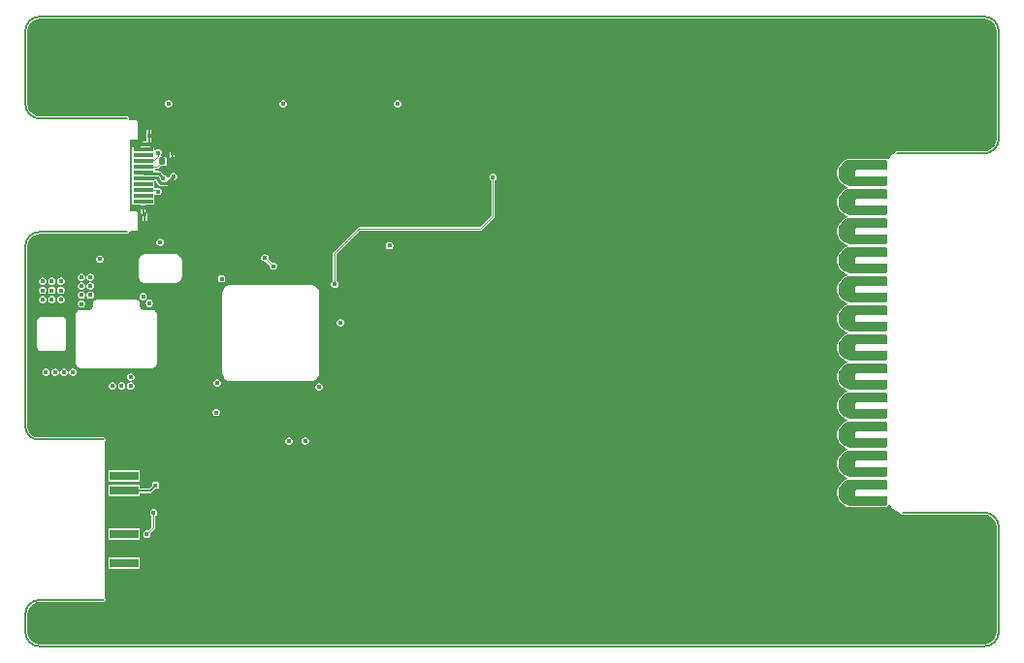
<source format=gtl>
G04*
G04 #@! TF.GenerationSoftware,Altium Limited,Altium Designer,26.2.0 (7)*
G04*
G04 Layer_Physical_Order=1*
G04 Layer_Color=255*
%FSLAX44Y44*%
%MOMM*%
G71*
G04*
G04 #@! TF.SameCoordinates,5073EF85-569D-4715-B1C4-D54BA00D27BC*
G04*
G04*
G04 #@! TF.FilePolarity,Positive*
G04*
G01*
G75*
%ADD10C,0.2000*%
%ADD14C,0.1000*%
%ADD17R,1.7000X0.7000*%
%ADD18R,1.7000X0.3000*%
%ADD19R,2.5000X0.8000*%
G04:AMPARAMS|DCode=20|XSize=0.54mm|YSize=0.6mm|CornerRadius=0.0675mm|HoleSize=0mm|Usage=FLASHONLY|Rotation=0.000|XOffset=0mm|YOffset=0mm|HoleType=Round|Shape=RoundedRectangle|*
%AMROUNDEDRECTD20*
21,1,0.5400,0.4650,0,0,0.0*
21,1,0.4050,0.6000,0,0,0.0*
1,1,0.1350,0.2025,-0.2325*
1,1,0.1350,-0.2025,-0.2325*
1,1,0.1350,-0.2025,0.2325*
1,1,0.1350,0.2025,0.2325*
%
%ADD20ROUNDEDRECTD20*%
%ADD21C,0.1600*%
%ADD28C,4.0000*%
%ADD29C,0.2221*%
%ADD30C,1.0000*%
%ADD31C,0.4500*%
G36*
X841382Y549066D02*
X844003Y547980D01*
X846253Y546253D01*
X847980Y544003D01*
X849066Y541382D01*
X849436Y538574D01*
X849435Y538570D01*
Y444500D01*
X849436Y444496D01*
X849066Y441688D01*
X847980Y439067D01*
X846253Y436817D01*
X844003Y435090D01*
X841382Y434004D01*
X838574Y433634D01*
X838570Y433635D01*
X762000D01*
X761298Y433496D01*
X760702Y433098D01*
X760304Y432502D01*
X760165Y431800D01*
X759970Y431508D01*
X759788Y431472D01*
X758408Y430900D01*
X757166Y430070D01*
X756110Y429014D01*
X755280Y427772D01*
X754999Y427095D01*
X754103Y426660D01*
X753649Y426650D01*
X753495Y426688D01*
X753439Y426743D01*
X752505Y427130D01*
X752290D01*
X752091Y427212D01*
X721504Y427212D01*
X721402Y427170D01*
X721293Y427192D01*
X719085Y426752D01*
X718993Y426691D01*
X718882D01*
X716802Y425829D01*
X716723Y425751D01*
X716615Y425729D01*
X714743Y424478D01*
X714681Y424386D01*
X714578Y424344D01*
X712986Y422752D01*
X712944Y422649D01*
X712852Y422588D01*
X711601Y420715D01*
X711579Y420607D01*
X711501Y420528D01*
X710639Y418448D01*
Y418337D01*
X710578Y418245D01*
X710138Y416037D01*
X710160Y415928D01*
X710118Y415826D01*
Y413574D01*
X710160Y413472D01*
X710138Y413363D01*
X710578Y411155D01*
X710639Y411063D01*
Y410952D01*
X711501Y408872D01*
X711579Y408793D01*
X711601Y408685D01*
X712852Y406812D01*
X712944Y406751D01*
X712986Y406648D01*
X714578Y405056D01*
X714681Y405014D01*
X714743Y404922D01*
X716615Y403671D01*
X716723Y403649D01*
X716802Y403571D01*
X718882Y402709D01*
X718993D01*
X719085Y402648D01*
X719086Y402647D01*
X719086Y401353D01*
X719085Y401352D01*
X718993Y401291D01*
X718882D01*
X716802Y400429D01*
X716723Y400351D01*
X716615Y400329D01*
X714743Y399078D01*
X714681Y398986D01*
X714578Y398944D01*
X712986Y397352D01*
X712944Y397249D01*
X712852Y397188D01*
X711601Y395315D01*
X711579Y395207D01*
X711501Y395128D01*
X710639Y393048D01*
Y392937D01*
X710578Y392845D01*
X710138Y390637D01*
X710160Y390528D01*
X710118Y390426D01*
Y388174D01*
X710160Y388072D01*
X710138Y387963D01*
X710578Y385755D01*
X710639Y385663D01*
Y385552D01*
X711501Y383472D01*
X711579Y383393D01*
X711601Y383284D01*
X712852Y381412D01*
X712944Y381351D01*
X712986Y381248D01*
X714578Y379656D01*
X714681Y379614D01*
X714743Y379522D01*
X716615Y378271D01*
X716723Y378249D01*
X716802Y378171D01*
X718882Y377309D01*
X718993D01*
X719085Y377248D01*
X719086Y377247D01*
X719086Y375952D01*
X719085Y375952D01*
X718993Y375891D01*
X718882D01*
X716802Y375029D01*
X716723Y374951D01*
X716615Y374929D01*
X714743Y373678D01*
X714681Y373586D01*
X714578Y373544D01*
X712986Y371952D01*
X712944Y371849D01*
X712852Y371787D01*
X711601Y369915D01*
X711579Y369807D01*
X711501Y369728D01*
X710639Y367648D01*
Y367537D01*
X710578Y367445D01*
X710138Y365237D01*
X710160Y365128D01*
X710118Y365026D01*
Y362774D01*
X710160Y362672D01*
X710138Y362563D01*
X710578Y360355D01*
X710639Y360263D01*
Y360152D01*
X711501Y358072D01*
X711579Y357993D01*
X711601Y357884D01*
X712852Y356012D01*
X712944Y355951D01*
X712986Y355848D01*
X714578Y354256D01*
X714681Y354214D01*
X714743Y354122D01*
X716615Y352871D01*
X716723Y352849D01*
X716802Y352771D01*
X718882Y351909D01*
X718993D01*
X719085Y351848D01*
X719086Y351847D01*
X719086Y350552D01*
X719085Y350552D01*
X718993Y350491D01*
X718882D01*
X716802Y349629D01*
X716723Y349551D01*
X716615Y349529D01*
X714743Y348278D01*
X714681Y348186D01*
X714578Y348144D01*
X712986Y346552D01*
X712944Y346449D01*
X712852Y346387D01*
X711601Y344515D01*
X711579Y344407D01*
X711501Y344328D01*
X710639Y342248D01*
Y342137D01*
X710578Y342045D01*
X710138Y339837D01*
X710160Y339728D01*
X710118Y339626D01*
Y337374D01*
X710160Y337272D01*
X710138Y337163D01*
X710578Y334955D01*
X710639Y334863D01*
Y334752D01*
X711501Y332672D01*
X711579Y332593D01*
X711601Y332485D01*
X712852Y330612D01*
X712944Y330551D01*
X712986Y330448D01*
X714578Y328856D01*
X714681Y328814D01*
X714743Y328722D01*
X716615Y327471D01*
X716723Y327449D01*
X716802Y327371D01*
X718882Y326509D01*
X718993D01*
X719085Y326448D01*
X719086Y326447D01*
X719086Y325153D01*
X719085Y325152D01*
X718993Y325091D01*
X718882D01*
X716802Y324229D01*
X716723Y324151D01*
X716615Y324129D01*
X714743Y322878D01*
X714681Y322786D01*
X714578Y322744D01*
X712986Y321152D01*
X712944Y321049D01*
X712852Y320988D01*
X711601Y319115D01*
X711579Y319007D01*
X711501Y318928D01*
X710639Y316848D01*
Y316737D01*
X710578Y316645D01*
X710138Y314437D01*
X710160Y314328D01*
X710118Y314226D01*
Y311974D01*
X710160Y311872D01*
X710138Y311763D01*
X710578Y309555D01*
X710639Y309463D01*
Y309352D01*
X711501Y307272D01*
X711579Y307193D01*
X711601Y307085D01*
X712852Y305212D01*
X712944Y305151D01*
X712986Y305048D01*
X714578Y303456D01*
X714681Y303414D01*
X714743Y303322D01*
X716615Y302071D01*
X716723Y302049D01*
X716802Y301971D01*
X718882Y301109D01*
X718993D01*
X719085Y301048D01*
X719086Y301047D01*
X719086Y299753D01*
X719085Y299752D01*
X718993Y299691D01*
X718882D01*
X716802Y298829D01*
X716723Y298751D01*
X716615Y298729D01*
X714743Y297478D01*
X714681Y297386D01*
X714578Y297344D01*
X712986Y295752D01*
X712944Y295649D01*
X712852Y295588D01*
X711601Y293715D01*
X711579Y293607D01*
X711501Y293528D01*
X710639Y291448D01*
Y291337D01*
X710578Y291245D01*
X710138Y289037D01*
X710160Y288928D01*
X710118Y288826D01*
Y286574D01*
X710160Y286472D01*
X710138Y286363D01*
X710578Y284155D01*
X710639Y284063D01*
Y283952D01*
X711501Y281872D01*
X711579Y281793D01*
X711601Y281684D01*
X712852Y279812D01*
X712944Y279751D01*
X712986Y279648D01*
X714578Y278056D01*
X714681Y278014D01*
X714743Y277922D01*
X716615Y276671D01*
X716723Y276649D01*
X716802Y276571D01*
X718882Y275709D01*
X718993D01*
X719085Y275648D01*
X719086Y275647D01*
X719086Y274352D01*
X719085Y274352D01*
X718993Y274291D01*
X718882D01*
X716802Y273429D01*
X716723Y273351D01*
X716615Y273329D01*
X714743Y272078D01*
X714681Y271986D01*
X714578Y271944D01*
X712986Y270352D01*
X712944Y270249D01*
X712852Y270187D01*
X711601Y268315D01*
X711579Y268207D01*
X711501Y268128D01*
X710639Y266048D01*
Y265937D01*
X710578Y265845D01*
X710138Y263637D01*
X710160Y263528D01*
X710118Y263426D01*
Y261174D01*
X710160Y261072D01*
X710138Y260963D01*
X710578Y258755D01*
X710639Y258663D01*
Y258552D01*
X711501Y256472D01*
X711579Y256393D01*
X711601Y256285D01*
X712852Y254412D01*
X712944Y254351D01*
X712986Y254248D01*
X714578Y252656D01*
X714681Y252614D01*
X714743Y252522D01*
X716615Y251271D01*
X716723Y251249D01*
X716802Y251171D01*
X718882Y250309D01*
X718993D01*
X719085Y250248D01*
X719086Y250247D01*
X719086Y248953D01*
X719085Y248952D01*
X718993Y248891D01*
X718882D01*
X716802Y248029D01*
X716723Y247951D01*
X716615Y247929D01*
X714743Y246678D01*
X714681Y246586D01*
X714578Y246544D01*
X712986Y244952D01*
X712944Y244849D01*
X712852Y244788D01*
X711601Y242915D01*
X711579Y242807D01*
X711501Y242728D01*
X710639Y240648D01*
Y240537D01*
X710578Y240445D01*
X710138Y238237D01*
X710160Y238128D01*
X710118Y238026D01*
Y235774D01*
X710160Y235672D01*
X710138Y235563D01*
X710578Y233355D01*
X710639Y233263D01*
Y233152D01*
X711501Y231072D01*
X711579Y230993D01*
X711601Y230884D01*
X712852Y229012D01*
X712944Y228951D01*
X712986Y228848D01*
X714578Y227256D01*
X714681Y227214D01*
X714743Y227122D01*
X716615Y225871D01*
X716723Y225849D01*
X716802Y225771D01*
X718882Y224909D01*
X718993D01*
X719085Y224848D01*
X719086Y224847D01*
X719086Y223552D01*
X719085Y223552D01*
X718993Y223491D01*
X718882D01*
X716802Y222629D01*
X716723Y222551D01*
X716615Y222529D01*
X714743Y221278D01*
X714681Y221186D01*
X714578Y221144D01*
X712986Y219552D01*
X712944Y219449D01*
X712852Y219387D01*
X711601Y217515D01*
X711579Y217407D01*
X711501Y217328D01*
X710639Y215248D01*
Y215137D01*
X710578Y215045D01*
X710138Y212837D01*
X710160Y212728D01*
X710118Y212626D01*
Y210374D01*
X710160Y210272D01*
X710138Y210163D01*
X710578Y207955D01*
X710639Y207863D01*
Y207752D01*
X711501Y205672D01*
X711579Y205593D01*
X711601Y205485D01*
X712852Y203612D01*
X712944Y203551D01*
X712986Y203448D01*
X714578Y201856D01*
X714681Y201814D01*
X714743Y201722D01*
X716615Y200471D01*
X716723Y200449D01*
X716802Y200371D01*
X718882Y199509D01*
X718993D01*
X719085Y199448D01*
X719086Y199447D01*
X719086Y198153D01*
X719085Y198152D01*
X718993Y198091D01*
X718882D01*
X716802Y197229D01*
X716723Y197151D01*
X716615Y197129D01*
X714743Y195878D01*
X714681Y195786D01*
X714578Y195744D01*
X712986Y194152D01*
X712944Y194049D01*
X712852Y193988D01*
X711601Y192115D01*
X711579Y192007D01*
X711501Y191928D01*
X710639Y189848D01*
Y189737D01*
X710578Y189645D01*
X710138Y187437D01*
X710160Y187328D01*
X710118Y187226D01*
Y184974D01*
X710160Y184872D01*
X710138Y184763D01*
X710578Y182555D01*
X710639Y182463D01*
Y182352D01*
X711501Y180272D01*
X711579Y180193D01*
X711601Y180084D01*
X712852Y178212D01*
X712944Y178151D01*
X712986Y178048D01*
X714578Y176456D01*
X714681Y176414D01*
X714743Y176322D01*
X716615Y175071D01*
X716723Y175049D01*
X716802Y174971D01*
X718882Y174109D01*
X718993D01*
X719085Y174048D01*
X719086Y174047D01*
X719086Y172752D01*
X719085Y172752D01*
X718993Y172691D01*
X718882D01*
X716802Y171829D01*
X716723Y171751D01*
X716615Y171729D01*
X714743Y170478D01*
X714681Y170386D01*
X714578Y170344D01*
X712986Y168752D01*
X712944Y168649D01*
X712852Y168587D01*
X711601Y166715D01*
X711579Y166607D01*
X711501Y166528D01*
X710639Y164448D01*
Y164337D01*
X710578Y164245D01*
X710138Y162037D01*
X710160Y161928D01*
X710118Y161826D01*
Y159574D01*
X710160Y159472D01*
X710138Y159363D01*
X710578Y157155D01*
X710639Y157063D01*
Y156952D01*
X711501Y154872D01*
X711579Y154793D01*
X711601Y154684D01*
X712852Y152812D01*
X712944Y152751D01*
X712986Y152648D01*
X714578Y151056D01*
X714681Y151014D01*
X714743Y150922D01*
X716615Y149671D01*
X716723Y149649D01*
X716802Y149571D01*
X718882Y148709D01*
X718993D01*
X719085Y148648D01*
X719086Y148647D01*
X719086Y147353D01*
X719085Y147352D01*
X718993Y147291D01*
X718882D01*
X716802Y146429D01*
X716723Y146351D01*
X716615Y146329D01*
X714743Y145078D01*
X714681Y144986D01*
X714578Y144944D01*
X712986Y143352D01*
X712944Y143249D01*
X712852Y143188D01*
X711601Y141315D01*
X711579Y141207D01*
X711501Y141128D01*
X710639Y139048D01*
Y138937D01*
X710578Y138845D01*
X710138Y136637D01*
X710160Y136528D01*
X710118Y136426D01*
Y134174D01*
X710160Y134072D01*
X710138Y133963D01*
X710578Y131755D01*
X710639Y131663D01*
Y131552D01*
X711501Y129472D01*
X711579Y129393D01*
X711601Y129284D01*
X712852Y127412D01*
X712944Y127351D01*
X712986Y127248D01*
X714578Y125656D01*
X714681Y125614D01*
X714743Y125522D01*
X716615Y124271D01*
X716723Y124249D01*
X716802Y124171D01*
X718882Y123309D01*
X718993D01*
X719085Y123248D01*
X721293Y122808D01*
X721402Y122830D01*
X721504Y122788D01*
X751586Y122788D01*
X751586Y122788D01*
X752091D01*
X752290Y122870D01*
X752505D01*
X753439Y123257D01*
X753591Y123409D01*
X753790Y123491D01*
X754505Y124206D01*
X754587Y124405D01*
X754652Y124469D01*
X754930Y124550D01*
X756092Y124505D01*
X757263Y122753D01*
X759023Y120993D01*
X761093Y119610D01*
X763393Y118657D01*
X765107Y118316D01*
X765245Y118110D01*
X765384Y117408D01*
X765782Y116812D01*
X766378Y116414D01*
X767080Y116275D01*
X838588D01*
X838592Y116276D01*
X841401Y115906D01*
X844021Y114820D01*
X846272Y113093D01*
X847999Y110843D01*
X849084Y108222D01*
X849454Y105414D01*
X849453Y105410D01*
Y13970D01*
X849454Y13966D01*
X849084Y11158D01*
X847999Y8537D01*
X846272Y6287D01*
X844021Y4560D01*
X841401Y3474D01*
X838592Y3104D01*
X838588Y3105D01*
X13970D01*
X13966Y3104D01*
X11158Y3474D01*
X8537Y4560D01*
X6287Y6287D01*
X4560Y8537D01*
X3474Y11158D01*
X3104Y13966D01*
X3105Y13970D01*
Y29100D01*
X3104Y29104D01*
X3474Y31912D01*
X4560Y34533D01*
X6287Y36783D01*
X8537Y38510D01*
X11158Y39596D01*
X13966Y39966D01*
X13970Y39965D01*
X69456D01*
X70158Y40104D01*
X70754Y40502D01*
X71151Y41098D01*
X71291Y41800D01*
X71151Y42502D01*
X70754Y43098D01*
X70538Y43242D01*
Y180465D01*
X70690Y180566D01*
X71087Y181162D01*
X71227Y181864D01*
X71087Y182566D01*
X70690Y183162D01*
X70094Y183560D01*
X69392Y183699D01*
X12700D01*
Y183709D01*
X10219Y184036D01*
X7908Y184993D01*
X5922Y186516D01*
X4399Y188501D01*
X3442Y190813D01*
X3115Y193294D01*
X3105D01*
Y350520D01*
X3104Y350524D01*
X3474Y353332D01*
X4560Y355953D01*
X6287Y358203D01*
X8537Y359930D01*
X11158Y361016D01*
X13966Y361385D01*
X13970Y361385D01*
X90330D01*
X91032Y361524D01*
X91628Y361922D01*
X92026Y362518D01*
X92165Y363220D01*
X92160Y363244D01*
X92240Y363452D01*
X93094Y364404D01*
X93123Y364418D01*
X98610D01*
X99375Y364735D01*
X99692Y365500D01*
X99692Y380000D01*
X99375Y380765D01*
X98610Y381082D01*
X92610Y381082D01*
X92610Y443918D01*
X98610D01*
X99375Y444235D01*
X99692Y445000D01*
X99692Y459500D01*
X99375Y460265D01*
X98610Y460582D01*
X92610D01*
X92373Y460484D01*
X92141Y461045D01*
X91539Y461647D01*
X91665Y462280D01*
X91525Y462982D01*
X91128Y463578D01*
X90532Y463976D01*
X89830Y464115D01*
X13970D01*
X13966Y464114D01*
X11158Y464484D01*
X8537Y465570D01*
X6287Y467297D01*
X4560Y469547D01*
X3474Y472168D01*
X3104Y474976D01*
X3105Y474980D01*
Y538570D01*
X3104Y538574D01*
X3474Y541382D01*
X4560Y544003D01*
X6287Y546253D01*
X8537Y547980D01*
X11158Y549066D01*
X13966Y549436D01*
X13970Y549435D01*
X838570D01*
X838574Y549436D01*
X841382Y549066D01*
D02*
G37*
G36*
X753025Y425743D02*
X753739Y425029D01*
X754126Y424095D01*
Y423590D01*
Y423590D01*
X754126Y418002D01*
X728980Y418002D01*
X728336Y417938D01*
X727145Y417445D01*
X726235Y416535D01*
X725741Y415344D01*
X725678Y414700D01*
X725741Y414056D01*
X726235Y412865D01*
X727145Y411954D01*
X728336Y411461D01*
X728980Y411398D01*
Y411398D01*
X754126Y411398D01*
Y405810D01*
Y405305D01*
X753739Y404371D01*
X753025Y403657D01*
X752091Y403270D01*
X721504D01*
X719296Y403709D01*
X717216Y404571D01*
X715344Y405822D01*
X713752Y407414D01*
X712501Y409286D01*
X711639Y411366D01*
X711200Y413574D01*
Y414700D01*
Y415826D01*
X711639Y418034D01*
X712501Y420114D01*
X713752Y421986D01*
X715344Y423578D01*
X717216Y424829D01*
X719296Y425691D01*
X721504Y426130D01*
X722630D01*
X751586Y426130D01*
X752091D01*
X753025Y425743D01*
D02*
G37*
G36*
Y400343D02*
X753739Y399629D01*
X754126Y398695D01*
Y398190D01*
Y392602D01*
X728980Y392602D01*
X728336Y392538D01*
X727145Y392046D01*
X726235Y391134D01*
X725741Y389944D01*
X725678Y389300D01*
X725741Y388656D01*
X726235Y387465D01*
X727145Y386554D01*
X728336Y386061D01*
X728980Y385998D01*
Y385998D01*
X754126Y385998D01*
Y380410D01*
Y379905D01*
X753739Y378971D01*
X753025Y378257D01*
X752091Y377870D01*
X751586D01*
Y377870D01*
X722630Y377870D01*
X721504D01*
X719296Y378309D01*
X717216Y379171D01*
X715344Y380422D01*
X713752Y382014D01*
X712501Y383886D01*
X711639Y385966D01*
X711200Y388174D01*
Y389300D01*
Y390426D01*
X711639Y392634D01*
X712501Y394714D01*
X713752Y396586D01*
X715344Y398178D01*
X717216Y399429D01*
X719296Y400291D01*
X721504Y400730D01*
X752091D01*
X753025Y400343D01*
D02*
G37*
G36*
Y374943D02*
X753739Y374229D01*
X754126Y373295D01*
Y372790D01*
Y367202D01*
X728980D01*
X728336Y367138D01*
X727145Y366646D01*
X726235Y365734D01*
X725741Y364544D01*
X725678Y363900D01*
X725741Y363256D01*
X726235Y362066D01*
X727145Y361154D01*
X728336Y360661D01*
X728980Y360598D01*
X754126D01*
Y355010D01*
Y354505D01*
X753739Y353571D01*
X753025Y352857D01*
X752091Y352470D01*
X751586D01*
Y352470D01*
X722630Y352470D01*
X721504D01*
X719296Y352909D01*
X717216Y353771D01*
X715344Y355022D01*
X713752Y356614D01*
X712501Y358486D01*
X711639Y360566D01*
X711200Y362774D01*
Y363900D01*
Y365026D01*
X711639Y367234D01*
X712501Y369314D01*
X713752Y371186D01*
X715344Y372778D01*
X717216Y374029D01*
X719296Y374891D01*
X721504Y375330D01*
X752091D01*
X753025Y374943D01*
D02*
G37*
G36*
Y349543D02*
X753739Y348829D01*
X754126Y347895D01*
Y347390D01*
Y341802D01*
X728980D01*
X728336Y341739D01*
X727145Y341245D01*
X726235Y340335D01*
X725741Y339144D01*
X725678Y338500D01*
X725741Y337856D01*
X726235Y336665D01*
X727145Y335754D01*
X728336Y335261D01*
X728980Y335198D01*
X754126D01*
Y329610D01*
Y329105D01*
X753739Y328171D01*
X753025Y327457D01*
X752091Y327070D01*
X751586D01*
Y327070D01*
X721504D01*
X719296Y327509D01*
X717216Y328371D01*
X715344Y329622D01*
X713752Y331214D01*
X712501Y333086D01*
X711639Y335166D01*
X711200Y337374D01*
Y338500D01*
Y339626D01*
X711639Y341834D01*
X712501Y343914D01*
X713752Y345786D01*
X715344Y347378D01*
X717216Y348629D01*
X719296Y349491D01*
X721504Y349930D01*
X752091D01*
X753025Y349543D01*
D02*
G37*
G36*
X753025Y324143D02*
X753739Y323429D01*
X754126Y322495D01*
Y321990D01*
X754126D01*
Y316402D01*
X728980D01*
X728336Y316339D01*
X727145Y315846D01*
X726235Y314935D01*
X725741Y313744D01*
X725678Y313100D01*
X725741Y312456D01*
X726235Y311266D01*
X727145Y310354D01*
X728336Y309861D01*
X728980Y309798D01*
X754126D01*
Y304210D01*
Y303705D01*
X753739Y302771D01*
X753025Y302057D01*
X752091Y301670D01*
X721504D01*
X719296Y302109D01*
X717216Y302971D01*
X715344Y304222D01*
X713752Y305814D01*
X712501Y307686D01*
X711639Y309766D01*
X711200Y311974D01*
Y313100D01*
Y314226D01*
X711639Y316434D01*
X712501Y318514D01*
X713752Y320386D01*
X715344Y321978D01*
X717216Y323229D01*
X719296Y324091D01*
X721504Y324530D01*
X752091D01*
X753025Y324143D01*
D02*
G37*
G36*
X753025Y298743D02*
X753739Y298029D01*
X754126Y297095D01*
Y296590D01*
Y291002D01*
X728980D01*
X728336Y290938D01*
X727145Y290445D01*
X726235Y289534D01*
X725741Y288344D01*
X725678Y287700D01*
X725741Y287056D01*
X726235Y285865D01*
X727145Y284954D01*
X728336Y284461D01*
X728980Y284398D01*
Y284398D01*
X754126Y284398D01*
Y278810D01*
Y278305D01*
X753739Y277371D01*
X753025Y276657D01*
X752091Y276270D01*
X721504D01*
X719296Y276709D01*
X717216Y277571D01*
X715344Y278822D01*
X713752Y280414D01*
X712501Y282286D01*
X711639Y284366D01*
X711200Y286574D01*
Y287700D01*
Y288826D01*
X711639Y291034D01*
X712501Y293114D01*
X713752Y294986D01*
X715344Y296578D01*
X717216Y297829D01*
X719296Y298691D01*
X721504Y299130D01*
X752091D01*
X753025Y298743D01*
D02*
G37*
G36*
Y273343D02*
X753739Y272629D01*
X754126Y271695D01*
Y271190D01*
Y265602D01*
X728980Y265602D01*
X728336Y265539D01*
X727145Y265046D01*
X726235Y264135D01*
X725741Y262944D01*
X725678Y262300D01*
X725741Y261656D01*
X726235Y260466D01*
X727145Y259555D01*
X728336Y259061D01*
X728980Y258998D01*
Y258998D01*
X754126D01*
Y253410D01*
Y252905D01*
X753739Y251971D01*
X753025Y251257D01*
X752091Y250870D01*
X721504D01*
X719296Y251309D01*
X717216Y252171D01*
X715344Y253422D01*
X713752Y255014D01*
X712501Y256886D01*
X711639Y258966D01*
X711200Y261174D01*
Y262300D01*
Y263426D01*
X711639Y265634D01*
X712501Y267714D01*
X713752Y269586D01*
X715344Y271178D01*
X717216Y272429D01*
X719296Y273291D01*
X721504Y273730D01*
X752091D01*
X753025Y273343D01*
D02*
G37*
G36*
Y247943D02*
X753739Y247229D01*
X754126Y246295D01*
Y245790D01*
X754126D01*
X754126Y240202D01*
X728980D01*
X728336Y240138D01*
X727145Y239646D01*
X726235Y238734D01*
X725741Y237544D01*
X725678Y236900D01*
X725741Y236256D01*
X726235Y235065D01*
X727145Y234154D01*
X728336Y233661D01*
X728980Y233598D01*
X754126D01*
Y228010D01*
Y227505D01*
X753739Y226571D01*
X753025Y225857D01*
X752091Y225470D01*
X751586D01*
Y225470D01*
X721504D01*
X719296Y225909D01*
X717216Y226771D01*
X715344Y228022D01*
X713752Y229614D01*
X712501Y231486D01*
X711639Y233566D01*
X711200Y235774D01*
Y236900D01*
Y238026D01*
X711639Y240234D01*
X712501Y242314D01*
X713752Y244186D01*
X715344Y245778D01*
X717216Y247029D01*
X719296Y247891D01*
X721504Y248330D01*
X752091D01*
X753025Y247943D01*
D02*
G37*
G36*
X751586Y222930D02*
X752091D01*
X753025Y222543D01*
X753739Y221829D01*
X754126Y220895D01*
Y220390D01*
Y214802D01*
X728980D01*
X728336Y214739D01*
X727145Y214245D01*
X726235Y213335D01*
X725741Y212144D01*
X725678Y211500D01*
X725741Y210856D01*
X726235Y209666D01*
X727145Y208754D01*
X728336Y208261D01*
X728980Y208198D01*
X754126Y208198D01*
X754126Y202610D01*
Y202105D01*
X753739Y201171D01*
X753025Y200457D01*
X752091Y200070D01*
X751586D01*
Y200070D01*
X721504D01*
X719296Y200509D01*
X717216Y201371D01*
X715344Y202622D01*
X713752Y204214D01*
X712501Y206086D01*
X711639Y208166D01*
X711200Y210374D01*
Y211500D01*
Y212626D01*
X711639Y214834D01*
X712501Y216914D01*
X713752Y218786D01*
X715344Y220378D01*
X717216Y221629D01*
X719296Y222491D01*
X721504Y222930D01*
X722630D01*
X751586Y222930D01*
D02*
G37*
G36*
X753025Y197143D02*
X753739Y196429D01*
X754126Y195495D01*
Y194990D01*
Y194990D01*
Y189402D01*
X728980D01*
X728336Y189338D01*
X727145Y188846D01*
X726235Y187934D01*
X725741Y186744D01*
X725678Y186100D01*
X725741Y185456D01*
X726235Y184265D01*
X727145Y183354D01*
X728336Y182861D01*
X728980Y182798D01*
X754126D01*
Y177210D01*
Y176705D01*
X753739Y175771D01*
X753025Y175057D01*
X752091Y174670D01*
X721504D01*
X719296Y175109D01*
X717216Y175971D01*
X715344Y177222D01*
X713752Y178814D01*
X712501Y180686D01*
X711639Y182766D01*
X711200Y184974D01*
Y186100D01*
Y187226D01*
X711639Y189434D01*
X712501Y191514D01*
X713752Y193386D01*
X715344Y194978D01*
X717216Y196229D01*
X719296Y197091D01*
X721504Y197530D01*
X722630D01*
X751586Y197530D01*
X752091D01*
X753025Y197143D01*
D02*
G37*
G36*
Y171743D02*
X753739Y171029D01*
X754126Y170095D01*
Y169590D01*
Y164002D01*
X728980Y164002D01*
X728336Y163939D01*
X727145Y163445D01*
X726235Y162534D01*
X725741Y161344D01*
X725678Y160700D01*
X725741Y160056D01*
X726235Y158865D01*
X727145Y157954D01*
X728336Y157461D01*
X728980Y157398D01*
Y157398D01*
X754126Y157398D01*
Y151810D01*
Y151305D01*
X753739Y150371D01*
X753025Y149657D01*
X752091Y149270D01*
X751586D01*
Y149270D01*
X722630Y149270D01*
X721504D01*
X719296Y149709D01*
X717216Y150571D01*
X715344Y151822D01*
X713752Y153414D01*
X712501Y155286D01*
X711639Y157366D01*
X711200Y159574D01*
Y160700D01*
Y161826D01*
X711639Y164034D01*
X712501Y166114D01*
X713752Y167986D01*
X715344Y169578D01*
X717216Y170829D01*
X719296Y171691D01*
X721504Y172130D01*
X752091D01*
X753025Y171743D01*
D02*
G37*
G36*
Y146343D02*
X753739Y145629D01*
X754126Y144695D01*
Y144190D01*
Y138602D01*
X728980D01*
X728336Y138539D01*
X727145Y138046D01*
X726235Y137135D01*
X725741Y135944D01*
X725678Y135300D01*
X725741Y134656D01*
X726235Y133465D01*
X727145Y132554D01*
X728336Y132061D01*
X728980Y131998D01*
X754126D01*
Y126410D01*
Y125905D01*
X753739Y124971D01*
X753025Y124257D01*
X752091Y123870D01*
X751586D01*
Y123870D01*
X722630Y123870D01*
X721504D01*
X719296Y124309D01*
X717216Y125171D01*
X715344Y126422D01*
X713752Y128014D01*
X712501Y129886D01*
X711639Y131966D01*
X711200Y134174D01*
Y135300D01*
Y136426D01*
X711639Y138634D01*
X712501Y140714D01*
X713752Y142586D01*
X715344Y144178D01*
X717216Y145429D01*
X719296Y146291D01*
X721504Y146730D01*
X752091D01*
X753025Y146343D01*
D02*
G37*
%LPC*%
G36*
X326782Y478484D02*
X325490D01*
X324295Y477989D01*
X323381Y477075D01*
X322886Y475881D01*
Y474588D01*
X323381Y473393D01*
X324295Y472479D01*
X325490Y471984D01*
X326782D01*
X327977Y472479D01*
X328891Y473393D01*
X329386Y474588D01*
Y475881D01*
X328891Y477075D01*
X327977Y477989D01*
X326782Y478484D01*
D02*
G37*
G36*
X126884D02*
X125591D01*
X124397Y477989D01*
X123483Y477075D01*
X122988Y475881D01*
Y474588D01*
X123483Y473393D01*
X124397Y472479D01*
X125591Y471984D01*
X126884D01*
X128079Y472479D01*
X128993Y473393D01*
X129488Y474588D01*
Y475881D01*
X128993Y477075D01*
X128079Y477989D01*
X126884Y478484D01*
D02*
G37*
G36*
X226961Y478230D02*
X225667D01*
X224473Y477735D01*
X223559Y476821D01*
X223064Y475626D01*
Y474333D01*
X223559Y473139D01*
X224473Y472225D01*
X225667Y471730D01*
X226961D01*
X228155Y472225D01*
X229069Y473139D01*
X229564Y474333D01*
Y475626D01*
X229069Y476821D01*
X228155Y477735D01*
X226961Y478230D01*
D02*
G37*
G36*
X129540Y433839D02*
X128760Y433684D01*
X128098Y433242D01*
X127656Y432580D01*
X127501Y431800D01*
X127505Y431780D01*
Y424942D01*
X127660Y424162D01*
X128102Y423500D01*
X128764Y423058D01*
X129544Y422903D01*
X130324Y423058D01*
X130986Y423500D01*
X131428Y424162D01*
X131583Y424942D01*
Y431796D01*
X131428Y432576D01*
X130986Y433238D01*
X130986Y433238D01*
X130982Y433242D01*
X130320Y433684D01*
X129540Y433839D01*
D02*
G37*
G36*
X109610Y457739D02*
X108830Y457584D01*
X108168Y457142D01*
X107778Y456752D01*
X107336Y456090D01*
X107181Y455310D01*
Y447040D01*
Y442039D01*
X104110D01*
X103330Y441884D01*
X102668Y441442D01*
X102226Y440780D01*
X102071Y440000D01*
X102226Y439220D01*
X102527Y438770D01*
X102287Y437984D01*
X101966Y437500D01*
X94610D01*
Y432500D01*
X94610D01*
Y427500D01*
Y417500D01*
X94610D01*
Y408770D01*
X94610Y407500D01*
X94610Y406230D01*
Y397500D01*
X94610Y392539D01*
X94610Y391556D01*
X94610Y387500D01*
X101966D01*
X102287Y387016D01*
X102527Y386230D01*
X102226Y385780D01*
X102071Y385000D01*
Y380690D01*
X102226Y379910D01*
X102668Y379249D01*
X103625Y378292D01*
Y371800D01*
X103780Y371020D01*
X104222Y370358D01*
X106722Y367858D01*
X106722Y367858D01*
X107384Y367416D01*
X108164Y367261D01*
X109610D01*
X110390Y367416D01*
X111052Y367858D01*
X111494Y368520D01*
X111649Y369300D01*
X111494Y370080D01*
X111052Y370742D01*
X110390Y371184D01*
X109610Y371339D01*
X109009D01*
X107703Y372645D01*
Y379136D01*
X107703Y379137D01*
X107548Y379917D01*
X107106Y380578D01*
X107106Y380578D01*
X106149Y381535D01*
Y385000D01*
X105994Y385780D01*
X105694Y386230D01*
X105933Y387016D01*
X106254Y387500D01*
X113610D01*
X113610Y392289D01*
X113610Y393437D01*
X113610Y395992D01*
X114880Y396398D01*
X115507Y395771D01*
X116701Y395276D01*
X117994D01*
X119189Y395771D01*
X120103Y396685D01*
X120598Y397879D01*
Y399173D01*
X120103Y400367D01*
X119189Y401281D01*
X117994Y401776D01*
X116701D01*
X115673Y401350D01*
X115012Y401624D01*
X113610D01*
Y406230D01*
X113610Y407068D01*
X114594Y408192D01*
X115153Y408150D01*
X115317Y407326D01*
X115784Y406628D01*
X118338Y404074D01*
X119036Y403607D01*
X119860Y403443D01*
X124540D01*
X125363Y403607D01*
X126061Y404074D01*
X130218Y408230D01*
X131456D01*
X132651Y408725D01*
X133565Y409639D01*
X134060Y410834D01*
Y412127D01*
X133565Y413321D01*
X132651Y414235D01*
X131456Y414730D01*
X130163D01*
X128969Y414235D01*
X128055Y413321D01*
X127560Y412127D01*
Y411659D01*
X126186Y410285D01*
X125500Y410457D01*
X124855Y410750D01*
X124421Y411797D01*
X123507Y412711D01*
X122312Y413206D01*
X121870D01*
X119308Y415767D01*
X118610Y416234D01*
X117787Y416398D01*
X114508D01*
X114297Y416609D01*
X114264Y417867D01*
X114723Y418376D01*
X116262D01*
X117410Y418852D01*
X119467Y420909D01*
X122929D01*
X123582Y421039D01*
X124137Y421409D01*
X124507Y421964D01*
X124637Y422617D01*
Y427267D01*
X124507Y427920D01*
X124137Y428475D01*
X123582Y428845D01*
X122929Y428975D01*
X120407D01*
X119881Y430245D01*
X120103Y430467D01*
X120598Y431661D01*
Y432954D01*
X120103Y434149D01*
X119189Y435063D01*
X117994Y435558D01*
X116701D01*
X115507Y435063D01*
X114880Y434436D01*
X113610Y434842D01*
Y437500D01*
X110864D01*
X110568Y437946D01*
X110374Y438770D01*
X110662Y439058D01*
X111104Y439720D01*
X111259Y440500D01*
X111259Y440500D01*
Y447040D01*
Y454568D01*
X111494Y454920D01*
X111649Y455700D01*
X111494Y456480D01*
X111052Y457142D01*
X110390Y457584D01*
X109610Y457739D01*
D02*
G37*
G36*
X119773Y357580D02*
X118479D01*
X117285Y357085D01*
X116371Y356171D01*
X115876Y354977D01*
Y353684D01*
X116371Y352489D01*
X117285Y351575D01*
X118479Y351080D01*
X119773D01*
X120967Y351575D01*
X121881Y352489D01*
X122376Y353684D01*
Y354977D01*
X121881Y356171D01*
X120967Y357085D01*
X119773Y357580D01*
D02*
G37*
G36*
X319897Y354532D02*
X318604D01*
X317409Y354037D01*
X316495Y353123D01*
X316000Y351928D01*
Y350635D01*
X316495Y349441D01*
X317409Y348527D01*
X318604Y348032D01*
X319897D01*
X321091Y348527D01*
X322005Y349441D01*
X322500Y350635D01*
Y351928D01*
X322005Y353123D01*
X321091Y354037D01*
X319897Y354532D01*
D02*
G37*
G36*
X66940Y342594D02*
X65648D01*
X64453Y342099D01*
X63539Y341185D01*
X63044Y339991D01*
Y338698D01*
X63539Y337503D01*
X64453Y336589D01*
X65648Y336094D01*
X66940D01*
X68135Y336589D01*
X69049Y337503D01*
X69544Y338698D01*
Y339991D01*
X69049Y341185D01*
X68135Y342099D01*
X66940Y342594D01*
D02*
G37*
G36*
X211213Y343864D02*
X209919D01*
X208725Y343369D01*
X207811Y342455D01*
X207316Y341260D01*
Y339967D01*
X207811Y338773D01*
X208725Y337859D01*
X209919Y337364D01*
X211213D01*
X211430Y337454D01*
X214772Y334112D01*
X214682Y333895D01*
Y332602D01*
X215177Y331407D01*
X216091Y330493D01*
X217285Y329998D01*
X218578D01*
X219773Y330493D01*
X220687Y331407D01*
X221182Y332602D01*
Y333895D01*
X220687Y335089D01*
X219773Y336003D01*
X218578Y336498D01*
X217285D01*
X217068Y336408D01*
X213726Y339750D01*
X213816Y339967D01*
Y341260D01*
X213321Y342455D01*
X212407Y343369D01*
X211213Y343864D01*
D02*
G37*
G36*
X58812Y327100D02*
X57519D01*
X56325Y326605D01*
X55411Y325691D01*
X54916Y324496D01*
Y323204D01*
X55411Y322009D01*
X56325Y321095D01*
X57519Y320600D01*
X58812D01*
X60007Y321095D01*
X60921Y322009D01*
X61416Y323204D01*
Y324496D01*
X60921Y325691D01*
X60007Y326605D01*
X58812Y327100D01*
D02*
G37*
G36*
X50939D02*
X49646D01*
X48451Y326605D01*
X47537Y325691D01*
X47042Y324496D01*
Y323204D01*
X47537Y322009D01*
X48451Y321095D01*
X49646Y320600D01*
X50939D01*
X52133Y321095D01*
X53047Y322009D01*
X53542Y323204D01*
Y324496D01*
X53047Y325691D01*
X52133Y326605D01*
X50939Y327100D01*
D02*
G37*
G36*
X173367Y325576D02*
X172073D01*
X170879Y325081D01*
X169965Y324167D01*
X169470Y322972D01*
Y321679D01*
X169965Y320485D01*
X170879Y319571D01*
X172073Y319076D01*
X173367D01*
X174561Y319571D01*
X175475Y320485D01*
X175970Y321679D01*
Y322972D01*
X175475Y324167D01*
X174561Y325081D01*
X173367Y325576D01*
D02*
G37*
G36*
X132900Y343728D02*
X105351D01*
X105153Y343646D01*
X104937D01*
X103099Y342885D01*
X102947Y342733D01*
X102748Y342650D01*
X101342Y341244D01*
X101259Y341045D01*
X101107Y340892D01*
X100346Y339055D01*
Y338839D01*
X100264Y338641D01*
Y323791D01*
X100346Y323592D01*
Y323377D01*
X101107Y321539D01*
X101259Y321387D01*
X101342Y321188D01*
X102748Y319782D01*
X102947Y319699D01*
X103099Y319547D01*
X104937Y318786D01*
X105153D01*
X105351Y318704D01*
X132900D01*
X133099Y318786D01*
X133315D01*
X135153Y319547D01*
X135305Y319699D01*
X135504Y319782D01*
X136910Y321188D01*
X136993Y321387D01*
X137145Y321539D01*
X137906Y323377D01*
Y323592D01*
X137988Y323791D01*
Y338641D01*
X137906Y338839D01*
Y339055D01*
X137145Y340892D01*
X136993Y341045D01*
X136910Y341244D01*
X135504Y342650D01*
X135305Y342733D01*
X135153Y342885D01*
X133315Y343646D01*
X133099D01*
X132900Y343728D01*
D02*
G37*
G36*
X32905Y323290D02*
X31611D01*
X30417Y322795D01*
X29503Y321881D01*
X29008Y320686D01*
Y319394D01*
X29503Y318199D01*
X30417Y317285D01*
X31611Y316790D01*
X32905D01*
X34099Y317285D01*
X35013Y318199D01*
X35508Y319394D01*
Y320686D01*
X35013Y321881D01*
X34099Y322795D01*
X32905Y323290D01*
D02*
G37*
G36*
X25031D02*
X23737D01*
X22543Y322795D01*
X21629Y321881D01*
X21134Y320686D01*
Y319394D01*
X21629Y318199D01*
X22543Y317285D01*
X23737Y316790D01*
X25031D01*
X26225Y317285D01*
X27139Y318199D01*
X27634Y319394D01*
Y320686D01*
X27139Y321881D01*
X26225Y322795D01*
X25031Y323290D01*
D02*
G37*
G36*
X17156D02*
X15863D01*
X14669Y322795D01*
X13755Y321881D01*
X13260Y320686D01*
Y319394D01*
X13755Y318199D01*
X14669Y317285D01*
X15863Y316790D01*
X17156D01*
X18351Y317285D01*
X19265Y318199D01*
X19760Y319394D01*
Y320686D01*
X19265Y321881D01*
X18351Y322795D01*
X17156Y323290D01*
D02*
G37*
G36*
X410349Y414222D02*
X409055D01*
X407861Y413727D01*
X406947Y412813D01*
X406452Y411618D01*
Y410326D01*
X406947Y409131D01*
X407861Y408217D01*
X408078Y408127D01*
Y377608D01*
X397854Y367384D01*
X292862D01*
X291714Y366908D01*
X270378Y345572D01*
X269902Y344424D01*
Y320345D01*
X269685Y320255D01*
X268771Y319341D01*
X268276Y318146D01*
Y316854D01*
X268771Y315659D01*
X269685Y314745D01*
X270879Y314250D01*
X272173D01*
X273367Y314745D01*
X274281Y315659D01*
X274776Y316854D01*
Y318146D01*
X274281Y319341D01*
X273367Y320255D01*
X273150Y320345D01*
Y343751D01*
X293535Y364136D01*
X398526D01*
X399674Y364612D01*
X410850Y375788D01*
X411326Y376936D01*
Y408127D01*
X411543Y408217D01*
X412457Y409131D01*
X412952Y410326D01*
Y411618D01*
X412457Y412813D01*
X411543Y413727D01*
X410349Y414222D01*
D02*
G37*
G36*
X58812Y319226D02*
X57519D01*
X56325Y318731D01*
X55411Y317817D01*
X54916Y316623D01*
Y315329D01*
X55411Y314135D01*
X56325Y313221D01*
X57519Y312726D01*
X58812D01*
X60007Y313221D01*
X60921Y314135D01*
X61416Y315329D01*
Y316623D01*
X60921Y317817D01*
X60007Y318731D01*
X58812Y319226D01*
D02*
G37*
G36*
X50939D02*
X49646D01*
X48451Y318731D01*
X47537Y317817D01*
X47042Y316623D01*
Y315329D01*
X47537Y314135D01*
X48451Y313221D01*
X49646Y312726D01*
X50939D01*
X52133Y313221D01*
X53047Y314135D01*
X53542Y315329D01*
Y316623D01*
X53047Y317817D01*
X52133Y318731D01*
X50939Y319226D01*
D02*
G37*
G36*
X32905Y315416D02*
X31611D01*
X30417Y314921D01*
X29503Y314007D01*
X29008Y312812D01*
Y311520D01*
X29503Y310325D01*
X30417Y309411D01*
X31611Y308916D01*
X32905D01*
X34099Y309411D01*
X35013Y310325D01*
X35508Y311520D01*
Y312812D01*
X35013Y314007D01*
X34099Y314921D01*
X32905Y315416D01*
D02*
G37*
G36*
X25031D02*
X23737D01*
X22543Y314921D01*
X21629Y314007D01*
X21134Y312812D01*
Y311520D01*
X21629Y310325D01*
X22543Y309411D01*
X23737Y308916D01*
X25031D01*
X26225Y309411D01*
X27139Y310325D01*
X27634Y311520D01*
Y312812D01*
X27139Y314007D01*
X26225Y314921D01*
X25031Y315416D01*
D02*
G37*
G36*
X17156D02*
X15863D01*
X14669Y314921D01*
X13755Y314007D01*
X13260Y312812D01*
Y311520D01*
X13755Y310325D01*
X14669Y309411D01*
X15863Y308916D01*
X17156D01*
X18351Y309411D01*
X19265Y310325D01*
X19760Y311520D01*
Y312812D01*
X19265Y314007D01*
X18351Y314921D01*
X17156Y315416D01*
D02*
G37*
G36*
X58812Y311352D02*
X57519D01*
X56325Y310857D01*
X55411Y309943D01*
X54916Y308748D01*
Y307456D01*
X55411Y306261D01*
X56325Y305347D01*
X57519Y304852D01*
X58812D01*
X60007Y305347D01*
X60921Y306261D01*
X61416Y307456D01*
Y308748D01*
X60921Y309943D01*
X60007Y310857D01*
X58812Y311352D01*
D02*
G37*
G36*
X50939D02*
X49646D01*
X48451Y310857D01*
X47537Y309943D01*
X47042Y308748D01*
Y307456D01*
X47537Y306261D01*
X48451Y305347D01*
X49646Y304852D01*
X50939D01*
X52133Y305347D01*
X53047Y306261D01*
X53542Y307456D01*
Y308748D01*
X53047Y309943D01*
X52133Y310857D01*
X50939Y311352D01*
D02*
G37*
G36*
X104766Y309848D02*
X103473D01*
X102279Y309354D01*
X101364Y308439D01*
X100870Y307245D01*
Y305952D01*
X101364Y304757D01*
X102279Y303843D01*
X103473Y303348D01*
X104766D01*
X105961Y303843D01*
X106875Y304757D01*
X107370Y305952D01*
Y307245D01*
X106875Y308439D01*
X105961Y309354D01*
X104766Y309848D01*
D02*
G37*
G36*
X32905Y307542D02*
X31611D01*
X30417Y307047D01*
X29503Y306133D01*
X29008Y304939D01*
Y303645D01*
X29503Y302451D01*
X30417Y301537D01*
X31611Y301042D01*
X32905D01*
X34099Y301537D01*
X35013Y302451D01*
X35508Y303645D01*
Y304939D01*
X35013Y306133D01*
X34099Y307047D01*
X32905Y307542D01*
D02*
G37*
G36*
X25031D02*
X23737D01*
X22543Y307047D01*
X21629Y306133D01*
X21134Y304939D01*
Y303645D01*
X21629Y302451D01*
X22543Y301537D01*
X23737Y301042D01*
X25031D01*
X26225Y301537D01*
X27139Y302451D01*
X27634Y303645D01*
Y304939D01*
X27139Y306133D01*
X26225Y307047D01*
X25031Y307542D01*
D02*
G37*
G36*
X17156D02*
X15863D01*
X14669Y307047D01*
X13755Y306133D01*
X13260Y304939D01*
Y303645D01*
X13755Y302451D01*
X14669Y301537D01*
X15863Y301042D01*
X17156D01*
X18351Y301537D01*
X19265Y302451D01*
X19760Y303645D01*
Y304939D01*
X19265Y306133D01*
X18351Y307047D01*
X17156Y307542D01*
D02*
G37*
G36*
X110334Y304280D02*
X109041D01*
X107846Y303786D01*
X106932Y302871D01*
X106438Y301677D01*
Y300384D01*
X106932Y299189D01*
X107846Y298275D01*
X109041Y297780D01*
X110334D01*
X111529Y298275D01*
X112443Y299189D01*
X112937Y300384D01*
Y301677D01*
X112443Y302871D01*
X111529Y303786D01*
X110334Y304280D01*
D02*
G37*
G36*
X50939Y303478D02*
X49646D01*
X48451Y302983D01*
X47537Y302069D01*
X47042Y300875D01*
Y299582D01*
X47537Y298387D01*
X48451Y297473D01*
X49646Y296978D01*
X50939D01*
X52133Y297473D01*
X53047Y298387D01*
X53542Y299582D01*
Y300875D01*
X53047Y302069D01*
X52133Y302983D01*
X50939Y303478D01*
D02*
G37*
G36*
X34339Y288782D02*
X33941D01*
X33941Y288782D01*
X33782D01*
X33782Y288782D01*
X14429D01*
X14230Y288700D01*
X14015D01*
X13280Y288396D01*
X13128Y288243D01*
X12929Y288161D01*
X12366Y287598D01*
X12284Y287399D01*
X12132Y287247D01*
X11827Y286512D01*
Y286297D01*
X11745Y286098D01*
Y262124D01*
X11827Y261925D01*
Y261710D01*
X12132Y260975D01*
X12284Y260823D01*
X12366Y260624D01*
X12929Y260061D01*
X13128Y259979D01*
X13280Y259827D01*
X14015Y259522D01*
X14230D01*
X14429Y259440D01*
X34339D01*
X34538Y259522D01*
X34753D01*
X35488Y259827D01*
X35640Y259979D01*
X35839Y260061D01*
X36402Y260624D01*
X36484Y260823D01*
X36637Y260975D01*
X36941Y261710D01*
Y261925D01*
X37023Y262124D01*
Y286098D01*
X36941Y286297D01*
Y286512D01*
X36637Y287247D01*
X36484Y287399D01*
X36402Y287598D01*
X35839Y288161D01*
X35640Y288243D01*
X35488Y288396D01*
X34753Y288700D01*
X34538D01*
X34339Y288782D01*
D02*
G37*
G36*
X277253Y287222D02*
X275959D01*
X274765Y286727D01*
X273851Y285813D01*
X273356Y284618D01*
Y283326D01*
X273851Y282131D01*
X274765Y281217D01*
X275959Y280722D01*
X277253D01*
X278447Y281217D01*
X279361Y282131D01*
X279856Y283326D01*
Y284618D01*
X279361Y285813D01*
X278447Y286727D01*
X277253Y287222D01*
D02*
G37*
G36*
X63527Y303768D02*
X63527Y303768D01*
X63123D01*
X62924Y303686D01*
X62709D01*
X61962Y303377D01*
X61810Y303224D01*
X61611Y303142D01*
X61039Y302570D01*
X60957Y302371D01*
X60805Y302219D01*
X60495Y301472D01*
Y301257D01*
X60413Y301058D01*
X60413Y299183D01*
X60336Y298405D01*
X59721Y296921D01*
X58624Y295824D01*
X57140Y295209D01*
X56362Y295132D01*
X48697D01*
X48498Y295050D01*
X48283D01*
X47162Y294586D01*
X47010Y294434D01*
X46811Y294351D01*
X45954Y293494D01*
X45872Y293295D01*
X45719Y293143D01*
X45255Y292022D01*
Y291807D01*
X45173Y291608D01*
Y248690D01*
X45255Y248492D01*
Y248276D01*
X45951Y246596D01*
X46104Y246444D01*
X46186Y246245D01*
X47472Y244959D01*
X47671Y244876D01*
X47823Y244724D01*
X49504Y244028D01*
X49719D01*
X49918Y243946D01*
X111622D01*
X111821Y244028D01*
X112036D01*
X113717Y244724D01*
X113869Y244876D01*
X114068Y244959D01*
X115354Y246245D01*
X115436Y246444D01*
X115589Y246596D01*
X116285Y248276D01*
Y248492D01*
X116367Y248690D01*
Y291608D01*
X116285Y291807D01*
Y292022D01*
X115821Y293143D01*
X115668Y293295D01*
X115586Y293494D01*
X114729Y294351D01*
X114530Y294434D01*
X114377Y294586D01*
X113257Y295050D01*
X113042D01*
X112843Y295132D01*
X105178D01*
X104399Y295209D01*
X102916Y295824D01*
X101819Y296921D01*
X101204Y298405D01*
X101127Y299183D01*
Y301058D01*
X101045Y301257D01*
Y301472D01*
X100735Y302219D01*
X100583Y302372D01*
X100501Y302570D01*
X99929Y303142D01*
X99730Y303224D01*
X99578Y303377D01*
X98831Y303686D01*
X98616D01*
X98417Y303768D01*
X98013D01*
X63527Y303768D01*
D02*
G37*
G36*
X43573Y243788D02*
X42280D01*
X41085Y243293D01*
X40171Y242379D01*
X39676Y241185D01*
Y239891D01*
X40171Y238697D01*
X41085Y237783D01*
X42280Y237288D01*
X43573D01*
X44767Y237783D01*
X45681Y238697D01*
X46176Y239891D01*
Y241185D01*
X45681Y242379D01*
X44767Y243293D01*
X43573Y243788D01*
D02*
G37*
G36*
X35698D02*
X34406D01*
X33211Y243293D01*
X32297Y242379D01*
X31802Y241185D01*
Y239891D01*
X32297Y238697D01*
X33211Y237783D01*
X34406Y237288D01*
X35698D01*
X36893Y237783D01*
X37807Y238697D01*
X38302Y239891D01*
Y241185D01*
X37807Y242379D01*
X36893Y243293D01*
X35698Y243788D01*
D02*
G37*
G36*
X27824D02*
X26532D01*
X25337Y243293D01*
X24423Y242379D01*
X23928Y241185D01*
Y239891D01*
X24423Y238697D01*
X25337Y237783D01*
X26532Y237288D01*
X27824D01*
X29019Y237783D01*
X29933Y238697D01*
X30428Y239891D01*
Y241185D01*
X29933Y242379D01*
X29019Y243293D01*
X27824Y243788D01*
D02*
G37*
G36*
X19950D02*
X18657D01*
X17463Y243293D01*
X16549Y242379D01*
X16054Y241185D01*
Y239891D01*
X16549Y238697D01*
X17463Y237783D01*
X18657Y237288D01*
X19950D01*
X21145Y237783D01*
X22059Y238697D01*
X22554Y239891D01*
Y241185D01*
X22059Y242379D01*
X21145Y243293D01*
X19950Y243788D01*
D02*
G37*
G36*
X93864Y239724D02*
X92571D01*
X91377Y239229D01*
X90463Y238315D01*
X89968Y237120D01*
Y235828D01*
X90463Y234633D01*
X91377Y233719D01*
X92571Y233224D01*
X93864D01*
X95059Y233719D01*
X95973Y234633D01*
X96468Y235828D01*
Y237120D01*
X95973Y238315D01*
X95059Y239229D01*
X93864Y239724D01*
D02*
G37*
G36*
X251707Y317082D02*
X179320D01*
X179121Y317000D01*
X178906D01*
X176700Y316087D01*
X176548Y315934D01*
X176349Y315852D01*
X174661Y314164D01*
X174579Y313965D01*
X174427Y313813D01*
X173513Y311608D01*
Y311392D01*
X173431Y311194D01*
Y310000D01*
Y240000D01*
Y238806D01*
X173513Y238608D01*
Y238392D01*
X174427Y236187D01*
X174579Y236035D01*
X174661Y235836D01*
X176349Y234148D01*
X176548Y234066D01*
X176700Y233913D01*
X178906Y233000D01*
X179121D01*
X179320Y232918D01*
X251707D01*
X251906Y233000D01*
X252121D01*
X254326Y233913D01*
X254479Y234066D01*
X254677Y234148D01*
X256365Y235836D01*
X256448Y236035D01*
X256600Y236187D01*
X257513Y238392D01*
Y238608D01*
X257596Y238806D01*
Y240000D01*
Y310000D01*
Y311194D01*
X257513Y311392D01*
Y311608D01*
X256600Y313813D01*
X256448Y313965D01*
X256365Y314164D01*
X254677Y315852D01*
X254478Y315934D01*
X254326Y316087D01*
X252121Y317000D01*
X251906D01*
X251707Y317082D01*
D02*
G37*
G36*
X169303Y234390D02*
X168009D01*
X166815Y233895D01*
X165901Y232981D01*
X165406Y231786D01*
Y230494D01*
X165901Y229299D01*
X166815Y228385D01*
X168009Y227890D01*
X169303D01*
X170497Y228385D01*
X171411Y229299D01*
X171906Y230494D01*
Y231786D01*
X171411Y232981D01*
X170497Y233895D01*
X169303Y234390D01*
D02*
G37*
G36*
X93864Y231850D02*
X92571D01*
X91377Y231355D01*
X90463Y230441D01*
X89968Y229247D01*
Y227953D01*
X90463Y226759D01*
X91377Y225845D01*
X92571Y225350D01*
X93864D01*
X95059Y225845D01*
X95973Y226759D01*
X96468Y227953D01*
Y229247D01*
X95973Y230441D01*
X95059Y231355D01*
X93864Y231850D01*
D02*
G37*
G36*
X85990D02*
X84698D01*
X83503Y231355D01*
X82589Y230441D01*
X82094Y229247D01*
Y227953D01*
X82589Y226759D01*
X83503Y225845D01*
X84698Y225350D01*
X85990D01*
X87185Y225845D01*
X88099Y226759D01*
X88594Y227953D01*
Y229247D01*
X88099Y230441D01*
X87185Y231355D01*
X85990Y231850D01*
D02*
G37*
G36*
X78116D02*
X76824D01*
X75629Y231355D01*
X74715Y230441D01*
X74220Y229247D01*
Y227953D01*
X74715Y226759D01*
X75629Y225845D01*
X76824Y225350D01*
X78116D01*
X79311Y225845D01*
X80225Y226759D01*
X80720Y227953D01*
Y229247D01*
X80225Y230441D01*
X79311Y231355D01*
X78116Y231850D01*
D02*
G37*
G36*
X258456Y231342D02*
X257164D01*
X255969Y230847D01*
X255055Y229933D01*
X254560Y228738D01*
Y227446D01*
X255055Y226251D01*
X255969Y225337D01*
X257164Y224842D01*
X258456D01*
X259651Y225337D01*
X260565Y226251D01*
X261060Y227446D01*
Y228738D01*
X260565Y229933D01*
X259651Y230847D01*
X258456Y231342D01*
D02*
G37*
G36*
X168794Y208736D02*
X167502D01*
X166307Y208241D01*
X165393Y207327D01*
X164898Y206133D01*
Y204839D01*
X165393Y203645D01*
X166307Y202731D01*
X167502Y202236D01*
X168794D01*
X169989Y202731D01*
X170903Y203645D01*
X171398Y204839D01*
Y206133D01*
X170903Y207327D01*
X169989Y208241D01*
X168794Y208736D01*
D02*
G37*
G36*
X246264Y183844D02*
X244972D01*
X243777Y183349D01*
X242863Y182435D01*
X242368Y181241D01*
Y179947D01*
X242863Y178753D01*
X243777Y177839D01*
X244972Y177344D01*
X246264D01*
X247459Y177839D01*
X248373Y178753D01*
X248868Y179947D01*
Y181241D01*
X248373Y182435D01*
X247459Y183349D01*
X246264Y183844D01*
D02*
G37*
G36*
X232041D02*
X230748D01*
X229553Y183349D01*
X228639Y182435D01*
X228144Y181241D01*
Y179947D01*
X228639Y178753D01*
X229553Y177839D01*
X230748Y177344D01*
X232041D01*
X233235Y177839D01*
X234149Y178753D01*
X234644Y179947D01*
Y181241D01*
X234149Y182435D01*
X233235Y183349D01*
X232041Y183844D01*
D02*
G37*
G36*
X100990Y154900D02*
X73990D01*
Y144900D01*
X100990D01*
Y154900D01*
D02*
G37*
G36*
X115709Y145236D02*
X114416D01*
X113221Y144741D01*
X112307Y143827D01*
X111812Y142633D01*
Y141620D01*
X109431Y139239D01*
X100990D01*
Y142200D01*
X73990D01*
Y132200D01*
X100990D01*
Y135161D01*
X110276D01*
X111056Y135316D01*
X111718Y135758D01*
X114696Y138736D01*
X115709D01*
X116903Y139231D01*
X117817Y140145D01*
X118312Y141340D01*
Y142633D01*
X117817Y143827D01*
X116903Y144741D01*
X115709Y145236D01*
D02*
G37*
G36*
X87490Y126124D02*
X86342Y125648D01*
X85866Y124500D01*
X86342Y123352D01*
X86382Y123312D01*
X87530Y122836D01*
X88678Y123312D01*
X89154Y124460D01*
X88678Y125608D01*
X88638Y125648D01*
X87490Y126124D01*
D02*
G37*
G36*
X87490Y113424D02*
X86342Y112948D01*
X85866Y111800D01*
X86342Y110652D01*
X86382Y110612D01*
X87530Y110136D01*
X88678Y110612D01*
X89154Y111760D01*
X88678Y112908D01*
X88638Y112948D01*
X87490Y113424D01*
D02*
G37*
G36*
X113931Y121360D02*
X112638D01*
X111443Y120865D01*
X110529Y119951D01*
X110034Y118757D01*
Y117464D01*
X110529Y116269D01*
X111443Y115355D01*
X111660Y115265D01*
Y105575D01*
X108306Y102220D01*
X108089Y102310D01*
X106796D01*
X105601Y101815D01*
X104687Y100901D01*
X104192Y99706D01*
Y98413D01*
X104687Y97219D01*
X105601Y96305D01*
X106796Y95810D01*
X108089D01*
X109283Y96305D01*
X110197Y97219D01*
X110692Y98413D01*
Y99706D01*
X110602Y99924D01*
X114432Y103754D01*
X114908Y104902D01*
Y115265D01*
X115125Y115355D01*
X116039Y116269D01*
X116534Y117464D01*
Y118757D01*
X116039Y119951D01*
X115125Y120865D01*
X113931Y121360D01*
D02*
G37*
G36*
X100990Y104100D02*
X73990D01*
Y94100D01*
X100990D01*
Y104100D01*
D02*
G37*
G36*
Y78700D02*
X73990D01*
Y68700D01*
X100990D01*
Y78700D01*
D02*
G37*
%LPD*%
D10*
X110276Y137200D02*
X115062Y141986D01*
X87490Y137200D02*
X110276D01*
X129540Y431800D02*
X129544Y431796D01*
Y424942D02*
Y431796D01*
X109220Y455310D02*
X109610Y455700D01*
X109220Y447040D02*
Y455310D01*
X108720Y440000D02*
X109220Y440500D01*
Y447040D01*
X104110Y440000D02*
X108720D01*
X104110Y380690D02*
Y385000D01*
Y380690D02*
X105664Y379137D01*
Y371800D02*
Y378460D01*
X108164Y369300D02*
X109610D01*
X105664Y371800D02*
X108164Y369300D01*
X105664Y378460D02*
Y379137D01*
D14*
X107442Y99060D02*
X113284Y104902D01*
Y118110D01*
X398526Y365760D02*
X409702Y376936D01*
Y410972D01*
X292862Y365760D02*
X398526D01*
X87490Y124500D02*
X87530Y124460D01*
X87490Y111800D02*
X87530Y111760D01*
X104800Y425690D02*
X113524D01*
X117093Y429259D01*
Y432053D01*
X104110Y425000D02*
X104800Y425690D01*
X117093Y432053D02*
X117348Y432308D01*
X116486Y398526D02*
X117348D01*
X115012Y400000D02*
X116486Y398526D01*
X104110Y400000D02*
X115012D01*
X104110Y420000D02*
X116262D01*
X120904Y424642D02*
Y424942D01*
X116262Y420000D02*
X120904Y424642D01*
X210566Y340614D02*
X217932Y333248D01*
X271526Y344424D02*
X292862Y365760D01*
X271526Y317500D02*
Y344424D01*
D17*
X109610Y455700D02*
D03*
Y369300D02*
D03*
D18*
X104110Y385000D02*
D03*
Y390000D02*
D03*
X104110Y395000D02*
D03*
Y400000D02*
D03*
Y405000D02*
D03*
X104110Y410000D02*
D03*
Y415000D02*
D03*
X104110Y420000D02*
D03*
Y425000D02*
D03*
Y430000D02*
D03*
X104110Y435000D02*
D03*
Y440000D02*
D03*
D19*
X87490Y137200D02*
D03*
Y149900D02*
D03*
Y124500D02*
D03*
Y111800D02*
D03*
Y99100D02*
D03*
Y86400D02*
D03*
Y73700D02*
D03*
D20*
X129544Y424942D02*
D03*
X120904D02*
D03*
D21*
X838588Y1270D02*
G03*
X851288Y13970I0J12700D01*
G01*
Y105410D02*
G03*
X838588Y118110I-12700J0D01*
G01*
X838570Y431800D02*
G03*
X851270Y444500I0J12700D01*
G01*
Y538570D02*
G03*
X838570Y551270I-12700J0D01*
G01*
X13970D02*
G03*
X1270Y538570I0J-12700D01*
G01*
Y474980D02*
G03*
X13970Y462280I12700J0D01*
G01*
Y41800D02*
G03*
X1270Y29100I0J-12700D01*
G01*
Y13970D02*
G03*
X13970Y1270I12700J0D01*
G01*
Y363220D02*
G03*
X1270Y350520I0J-12700D01*
G01*
Y193294D02*
G03*
X12700Y181864I11430J0D01*
G01*
X767080Y118110D02*
X838588D01*
X13970Y363220D02*
X90330D01*
X13970Y462280D02*
X89830D01*
X12700Y181864D02*
X69392D01*
X13970Y41800D02*
X69456D01*
X851288Y13970D02*
Y105410D01*
X762000Y431800D02*
X838570D01*
X851270Y444500D02*
Y538570D01*
X13970Y551270D02*
X838570D01*
X1270Y474980D02*
Y538570D01*
Y13970D02*
Y29100D01*
Y193294D02*
Y350520D01*
X13970Y1270D02*
X838588D01*
D28*
X23970Y528570D02*
D03*
D29*
X104110Y410000D02*
X104499Y410389D01*
X112278D01*
X112643Y410754D01*
X116341D01*
X104110Y415000D02*
X104499Y414611D01*
X112278D01*
X112643Y414246D01*
X117787D01*
X121666Y409956D02*
Y410366D01*
X117787Y414246D02*
X121666Y410366D01*
X130424Y411480D02*
X130810D01*
X124540Y405595D02*
X130424Y411480D01*
X119860Y405595D02*
X124540D01*
X117305Y408150D02*
X119860Y405595D01*
X117305Y408150D02*
Y409790D01*
X116341Y410754D02*
X117305Y409790D01*
D30*
X717804Y135300D02*
D03*
Y414700D02*
D03*
Y186100D02*
D03*
Y160700D02*
D03*
Y236900D02*
D03*
Y211500D02*
D03*
Y389300D02*
D03*
Y363900D02*
D03*
Y338500D02*
D03*
Y313100D02*
D03*
Y287700D02*
D03*
Y262300D02*
D03*
D31*
X824960Y535320D02*
D03*
X812460Y510320D02*
D03*
X824960Y485320D02*
D03*
X812460Y460320D02*
D03*
Y110320D02*
D03*
X824960Y85320D02*
D03*
X812460Y60320D02*
D03*
X824960Y35320D02*
D03*
X812460Y10320D02*
D03*
X799960Y535320D02*
D03*
X787460Y510320D02*
D03*
X799960Y485320D02*
D03*
X787460Y460320D02*
D03*
Y110320D02*
D03*
X799960Y85320D02*
D03*
X787460Y60320D02*
D03*
X799960Y35320D02*
D03*
X787460Y10320D02*
D03*
X774960Y535320D02*
D03*
X762460Y510320D02*
D03*
X774960Y485320D02*
D03*
X762460Y460320D02*
D03*
Y110320D02*
D03*
X774960Y85320D02*
D03*
X762460Y60320D02*
D03*
X774960Y35320D02*
D03*
X762460Y10320D02*
D03*
X749960Y535320D02*
D03*
X737460Y510320D02*
D03*
X749960Y485320D02*
D03*
X737460Y460320D02*
D03*
X749960Y435320D02*
D03*
X737460Y110320D02*
D03*
X749960Y85320D02*
D03*
X737460Y60320D02*
D03*
X749960Y35320D02*
D03*
X737460Y10320D02*
D03*
X724960Y535320D02*
D03*
X712460Y510320D02*
D03*
X724960Y485320D02*
D03*
X712460Y460320D02*
D03*
X724960Y435320D02*
D03*
X712460Y110320D02*
D03*
X724960Y85320D02*
D03*
X712460Y60320D02*
D03*
X724960Y35320D02*
D03*
X712460Y10320D02*
D03*
X699960Y535320D02*
D03*
X687460Y510320D02*
D03*
X699960Y485320D02*
D03*
X687460Y460320D02*
D03*
X699960Y435320D02*
D03*
X687460Y310320D02*
D03*
X699960Y185320D02*
D03*
Y85320D02*
D03*
X687460Y60320D02*
D03*
X699960Y35320D02*
D03*
X687460Y10320D02*
D03*
X674960Y535320D02*
D03*
X662460Y510320D02*
D03*
X674960Y485320D02*
D03*
X662460Y460320D02*
D03*
X674960Y435320D02*
D03*
X662460Y410320D02*
D03*
X674960Y335320D02*
D03*
X662460Y310320D02*
D03*
X674960Y285320D02*
D03*
Y185320D02*
D03*
X662460Y160320D02*
D03*
Y60320D02*
D03*
X674960Y35320D02*
D03*
X662460Y10320D02*
D03*
X649960Y535320D02*
D03*
X637460Y510320D02*
D03*
X649960Y485320D02*
D03*
X637460Y460320D02*
D03*
X649960Y435320D02*
D03*
X637460Y410320D02*
D03*
X649960Y335320D02*
D03*
X637460Y310320D02*
D03*
X649960Y285320D02*
D03*
X637460Y260320D02*
D03*
X649960Y235320D02*
D03*
Y135320D02*
D03*
X637460Y60320D02*
D03*
X649960Y35320D02*
D03*
X637460Y10320D02*
D03*
X624960Y535320D02*
D03*
X612460Y510320D02*
D03*
X624960Y485320D02*
D03*
X612460Y460320D02*
D03*
X624960Y435320D02*
D03*
X612460Y410320D02*
D03*
X624960Y335320D02*
D03*
X612460Y310320D02*
D03*
X624960Y285320D02*
D03*
X612460Y260320D02*
D03*
X624960Y235320D02*
D03*
X612460Y160320D02*
D03*
X624960Y135320D02*
D03*
X612460Y60320D02*
D03*
X624960Y35320D02*
D03*
X612460Y10320D02*
D03*
X599960Y535320D02*
D03*
X587460Y510320D02*
D03*
X599960Y485320D02*
D03*
X587460Y460320D02*
D03*
X599960Y435320D02*
D03*
X587460Y410320D02*
D03*
X599960Y335320D02*
D03*
X587460Y310320D02*
D03*
X599960Y285320D02*
D03*
X587460Y260320D02*
D03*
X599960Y235320D02*
D03*
X587460Y210320D02*
D03*
Y160320D02*
D03*
X599960Y135320D02*
D03*
X587460Y60320D02*
D03*
X599960Y35320D02*
D03*
X587460Y10320D02*
D03*
X574960Y535320D02*
D03*
X562460Y510320D02*
D03*
X574960Y485320D02*
D03*
X562460Y460320D02*
D03*
X574960Y435320D02*
D03*
X562460Y410320D02*
D03*
X574960Y335320D02*
D03*
X562460Y310320D02*
D03*
X574960Y285320D02*
D03*
X562460Y260320D02*
D03*
X574960Y235320D02*
D03*
X562460Y210320D02*
D03*
Y160320D02*
D03*
X574960Y135320D02*
D03*
X562460Y60320D02*
D03*
X574960Y35320D02*
D03*
X562460Y10320D02*
D03*
X549960Y535320D02*
D03*
X537460Y510320D02*
D03*
X549960Y485320D02*
D03*
X537460Y460320D02*
D03*
X549960Y435320D02*
D03*
X537460Y410320D02*
D03*
X549960Y335320D02*
D03*
X537460Y310320D02*
D03*
X549960Y285320D02*
D03*
X537460Y260320D02*
D03*
X549960Y235320D02*
D03*
X537460Y210320D02*
D03*
Y160320D02*
D03*
X549960Y135320D02*
D03*
X537460Y60320D02*
D03*
X549960Y35320D02*
D03*
X537460Y10320D02*
D03*
X524960Y535320D02*
D03*
X512460Y510320D02*
D03*
X524960Y485320D02*
D03*
X512460Y460320D02*
D03*
X524960Y435320D02*
D03*
X512460Y410320D02*
D03*
X524960Y335320D02*
D03*
X512460Y310320D02*
D03*
X524960Y285320D02*
D03*
X512460Y260320D02*
D03*
X524960Y235320D02*
D03*
X512460Y210320D02*
D03*
Y160320D02*
D03*
X524960Y135320D02*
D03*
X512460Y60320D02*
D03*
X524960Y35320D02*
D03*
X512460Y10320D02*
D03*
X499960Y535320D02*
D03*
X487460Y510320D02*
D03*
X499960Y485320D02*
D03*
X487460Y460320D02*
D03*
X499960Y435320D02*
D03*
X487460Y410320D02*
D03*
X499960Y335320D02*
D03*
X487460Y310320D02*
D03*
X499960Y285320D02*
D03*
X487460Y260320D02*
D03*
X499960Y235320D02*
D03*
X487460Y210320D02*
D03*
Y160320D02*
D03*
X499960Y135320D02*
D03*
X487460Y60320D02*
D03*
X499960Y35320D02*
D03*
X487460Y10320D02*
D03*
X474960Y535320D02*
D03*
X462460Y510320D02*
D03*
X474960Y485320D02*
D03*
X462460Y460320D02*
D03*
X474960Y435320D02*
D03*
X462460Y410320D02*
D03*
X474960Y335320D02*
D03*
X462460Y310320D02*
D03*
X474960Y285320D02*
D03*
X462460Y260320D02*
D03*
X474960Y235320D02*
D03*
X462460Y210320D02*
D03*
Y160320D02*
D03*
X474960Y135320D02*
D03*
X462460Y60320D02*
D03*
X474960Y35320D02*
D03*
X462460Y10320D02*
D03*
X449960Y535320D02*
D03*
X437460Y510320D02*
D03*
X449960Y485320D02*
D03*
X437460Y460320D02*
D03*
X449960Y435320D02*
D03*
X437460Y410320D02*
D03*
X449960Y335320D02*
D03*
X437460Y310320D02*
D03*
X449960Y285320D02*
D03*
X437460Y260320D02*
D03*
X449960Y235320D02*
D03*
X437460Y210320D02*
D03*
Y160320D02*
D03*
X449960Y135320D02*
D03*
X437460Y60320D02*
D03*
X449960Y35320D02*
D03*
X437460Y10320D02*
D03*
X424960Y535320D02*
D03*
X412460Y510320D02*
D03*
X424960Y485320D02*
D03*
X412460Y460320D02*
D03*
X424960Y335320D02*
D03*
X412460Y310320D02*
D03*
X424960Y285320D02*
D03*
X412460Y260320D02*
D03*
X424960Y235320D02*
D03*
X412460Y210320D02*
D03*
Y160320D02*
D03*
X424960Y135320D02*
D03*
X412460Y60320D02*
D03*
X424960Y35320D02*
D03*
X412460Y10320D02*
D03*
X399960Y535320D02*
D03*
X387460Y510320D02*
D03*
X399960Y485320D02*
D03*
X387460Y460320D02*
D03*
X399960Y335320D02*
D03*
X387460Y310320D02*
D03*
X399960Y285320D02*
D03*
X387460Y260320D02*
D03*
X399960Y235320D02*
D03*
X387460Y210320D02*
D03*
Y160320D02*
D03*
X399960Y135320D02*
D03*
X387460Y60320D02*
D03*
X399960Y35320D02*
D03*
X387460Y10320D02*
D03*
X374960Y535320D02*
D03*
X362460Y510320D02*
D03*
X374960Y485320D02*
D03*
X362460Y460320D02*
D03*
X374960Y335320D02*
D03*
X362460Y310320D02*
D03*
X374960Y285320D02*
D03*
X362460Y260320D02*
D03*
X374960Y235320D02*
D03*
X362460Y210320D02*
D03*
Y160320D02*
D03*
X374960Y135320D02*
D03*
X362460Y60320D02*
D03*
X374960Y35320D02*
D03*
X362460Y10320D02*
D03*
X349960Y535320D02*
D03*
X337460Y510320D02*
D03*
X349960Y335320D02*
D03*
Y285320D02*
D03*
X337460Y260320D02*
D03*
X349960Y235320D02*
D03*
X337460Y210320D02*
D03*
Y160320D02*
D03*
X349960Y135320D02*
D03*
X337460Y60320D02*
D03*
X349960Y35320D02*
D03*
X337460Y10320D02*
D03*
X324960Y535320D02*
D03*
X312460Y510320D02*
D03*
Y460320D02*
D03*
Y310320D02*
D03*
X324960Y285320D02*
D03*
X312460Y260320D02*
D03*
X324960Y235320D02*
D03*
X312460Y160320D02*
D03*
X324960Y135320D02*
D03*
X312460Y60320D02*
D03*
X324960Y35320D02*
D03*
X312460Y10320D02*
D03*
X299960Y535320D02*
D03*
X287460Y510320D02*
D03*
X299960Y485320D02*
D03*
X287460Y460320D02*
D03*
X299960Y435320D02*
D03*
X287460Y160320D02*
D03*
X299960Y135320D02*
D03*
X287460Y60320D02*
D03*
X299960Y35320D02*
D03*
X287460Y10320D02*
D03*
X274960Y535320D02*
D03*
X262460Y510320D02*
D03*
X274960Y485320D02*
D03*
X262460Y460320D02*
D03*
Y160320D02*
D03*
X274960Y135320D02*
D03*
X262460Y60320D02*
D03*
X274960Y35320D02*
D03*
X262460Y10320D02*
D03*
X249960Y535320D02*
D03*
X237460Y510320D02*
D03*
Y160320D02*
D03*
X249960Y135320D02*
D03*
X237460Y60320D02*
D03*
X249960Y35320D02*
D03*
X237460Y10320D02*
D03*
X224960Y535320D02*
D03*
X212460Y510320D02*
D03*
X224960Y135320D02*
D03*
X212460Y60320D02*
D03*
X224960Y35320D02*
D03*
X212460Y10320D02*
D03*
X199960Y535320D02*
D03*
X187460Y510320D02*
D03*
X199960Y485320D02*
D03*
X187460Y160320D02*
D03*
X199960Y135320D02*
D03*
X187460Y60320D02*
D03*
X199960Y35320D02*
D03*
X187460Y10320D02*
D03*
X174960Y535320D02*
D03*
X162460Y510320D02*
D03*
X174960Y485320D02*
D03*
X162460Y410320D02*
D03*
X174960Y135320D02*
D03*
X162460Y60320D02*
D03*
X174960Y35320D02*
D03*
X162460Y10320D02*
D03*
X149960Y535320D02*
D03*
X137460Y510320D02*
D03*
Y260320D02*
D03*
X149960Y235320D02*
D03*
X137460Y210320D02*
D03*
X149960Y185320D02*
D03*
X137460Y60320D02*
D03*
X149960Y35320D02*
D03*
X137460Y10320D02*
D03*
X124960Y535320D02*
D03*
X112460Y510320D02*
D03*
X124960Y185320D02*
D03*
X112460Y60320D02*
D03*
X124960Y35320D02*
D03*
X112460Y10320D02*
D03*
X99960Y535320D02*
D03*
X87460Y510320D02*
D03*
X99960Y485320D02*
D03*
Y185320D02*
D03*
X87460Y60320D02*
D03*
X99960Y35320D02*
D03*
X87460Y10320D02*
D03*
X74960Y535320D02*
D03*
X62460Y510320D02*
D03*
X74960Y485320D02*
D03*
Y35320D02*
D03*
X62460Y10320D02*
D03*
X49960Y535320D02*
D03*
Y485320D02*
D03*
Y35320D02*
D03*
X37460Y10320D02*
D03*
X24960Y485320D02*
D03*
Y35320D02*
D03*
X12460Y10320D02*
D03*
X30226Y337058D02*
D03*
X66294Y339344D02*
D03*
X183642Y340614D02*
D03*
X172720Y322326D02*
D03*
X262883Y361435D02*
D03*
X248920Y327914D02*
D03*
X289306Y320675D02*
D03*
X290830Y303530D02*
D03*
X191008Y175006D02*
D03*
X213868Y180848D02*
D03*
X217932Y157734D02*
D03*
X96193Y178960D02*
D03*
X35052Y240538D02*
D03*
X27178D02*
D03*
X19304D02*
D03*
X42926D02*
D03*
X119126Y354330D02*
D03*
X168656Y231140D02*
D03*
X257810Y228092D02*
D03*
X326136Y475234D02*
D03*
X319250Y351282D02*
D03*
X276606Y283972D02*
D03*
X226314Y474980D02*
D03*
X245618Y180594D02*
D03*
X231394D02*
D03*
X126238Y475234D02*
D03*
X58166Y323850D02*
D03*
X50292D02*
D03*
Y315976D02*
D03*
X104120Y306598D02*
D03*
X58166Y308102D02*
D03*
X109688Y301031D02*
D03*
X58166Y315976D02*
D03*
X50292Y308102D02*
D03*
Y300228D02*
D03*
X168148Y205486D02*
D03*
X115062Y141986D02*
D03*
X93218Y236474D02*
D03*
X85344Y228600D02*
D03*
X93218D02*
D03*
X77470D02*
D03*
X160020Y232664D02*
D03*
X272288Y216662D02*
D03*
X59944Y220472D02*
D03*
X246126Y386588D02*
D03*
X113284Y118110D02*
D03*
X107442Y99060D02*
D03*
X420370Y404876D02*
D03*
X338328Y423164D02*
D03*
X280162Y423672D02*
D03*
X368808Y423164D02*
D03*
X399796Y415544D02*
D03*
X364998Y502158D02*
D03*
X330708Y319786D02*
D03*
X284988Y334518D02*
D03*
X330708D02*
D03*
X264414Y502666D02*
D03*
X260350Y415544D02*
D03*
X230378D02*
D03*
X200152Y415290D02*
D03*
X298958Y261874D02*
D03*
X274066Y303784D02*
D03*
X288544Y242062D02*
D03*
X330708Y207228D02*
D03*
X288544Y234342D02*
D03*
X271526Y281432D02*
D03*
X264922Y224028D02*
D03*
X258318Y219202D02*
D03*
X164846Y501904D02*
D03*
X109220Y447040D02*
D03*
X129540Y431800D02*
D03*
X105664Y378460D02*
D03*
X172720Y330708D02*
D03*
X157734Y252222D02*
D03*
X119126Y308102D02*
D03*
X117094Y242316D02*
D03*
X93980Y191516D02*
D03*
X32258Y312166D02*
D03*
Y320040D02*
D03*
Y304292D02*
D03*
X24384D02*
D03*
X16510D02*
D03*
Y312166D02*
D03*
Y320040D02*
D03*
X24384Y312166D02*
D03*
Y320040D02*
D03*
X117348Y432308D02*
D03*
Y398526D02*
D03*
X210566Y340614D02*
D03*
X217932Y333248D02*
D03*
X409702Y410972D02*
D03*
X271526Y317500D02*
D03*
X121666Y409956D02*
D03*
X130810Y411480D02*
D03*
M02*

</source>
